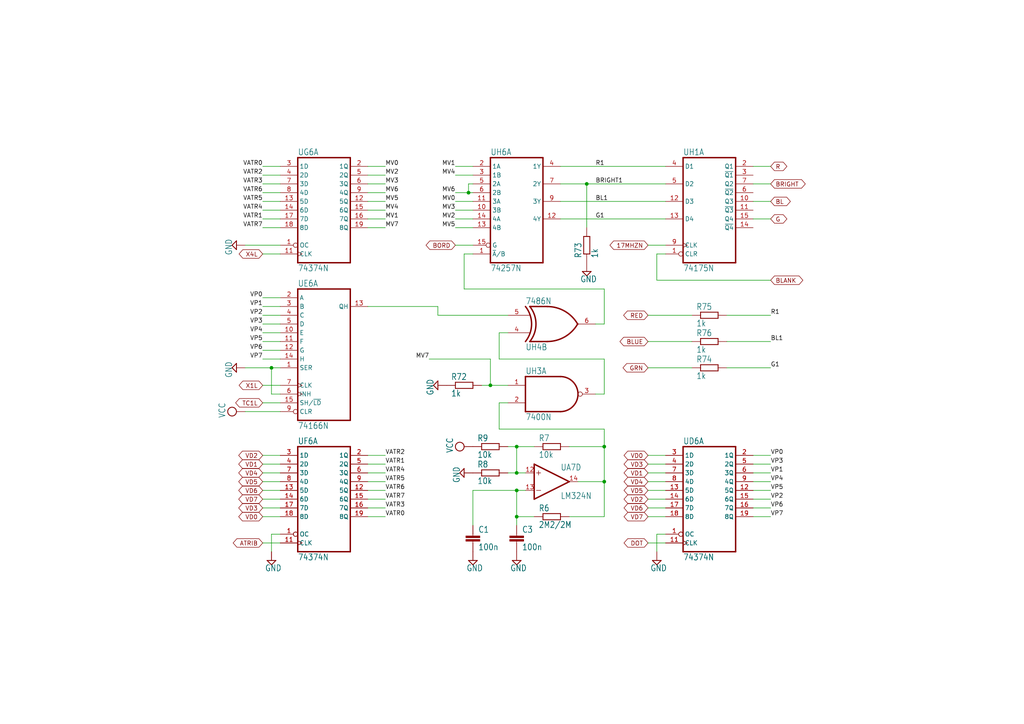
<source format=kicad_sch>
(kicad_sch (version 20230121) (generator eeschema)
  (paper "A4")
  (lib_symbols
    (symbol "HC2000:7400N"
      (property "Reference" "IC" (at -0.635 -0.635 0))
      (symbol "7400N_1_0"
        (polyline (pts (xy -7.62 -5.08) (xy 2.54 -5.08)) (stroke (width 0.4064)))
        (polyline (pts (xy -7.62 5.08) (xy -7.62 -5.08)) (stroke (width 0.4064)))
        (polyline (pts (xy 2.54 5.08) (xy -7.62 5.08)) (stroke (width 0.4064)))
        (arc (start 2.54 -5.08) (mid 7.6199 0) (end 2.54 5.08) (stroke (width 0.4064)))
        (pin input line (at -12.7 2.54 0) (length 5.08) (name "I0") (number "1"))
        (pin input line (at -12.7 -2.54 0) (length 5.08) (name "I1") (number "2"))
        (pin output inverted (at 12.7 0 180) (length 5.08) (name "O") (number "3"))
      )
      (symbol "7400N_2_0"
        (polyline (pts (xy -7.62 -5.08) (xy 2.54 -5.08)) (stroke (width 0.4064)))
        (polyline (pts (xy -7.62 5.08) (xy -7.62 -5.08)) (stroke (width 0.4064)))
        (polyline (pts (xy 2.54 5.08) (xy -7.62 5.08)) (stroke (width 0.4064)))
        (arc (start 2.54 -5.08) (mid 7.6199 0) (end 2.54 5.08) (stroke (width 0.4064)))
        (pin input line (at -12.7 2.54 0) (length 5.08) (name "I0") (number "4"))
        (pin input line (at -12.7 -2.54 0) (length 5.08) (name "I1") (number "5"))
        (pin output inverted (at 12.7 0 180) (length 5.08) (name "O") (number "6"))
      )
      (symbol "7400N_3_0"
        (polyline (pts (xy -7.62 -5.08) (xy 2.54 -5.08)) (stroke (width 0.4064)))
        (polyline (pts (xy -7.62 5.08) (xy -7.62 -5.08)) (stroke (width 0.4064)))
        (polyline (pts (xy 2.54 5.08) (xy -7.62 5.08)) (stroke (width 0.4064)))
        (arc (start 2.54 -5.08) (mid 7.6199 0) (end 2.54 5.08) (stroke (width 0.4064)))
        (pin input line (at -12.7 -2.54 0) (length 5.08) (name "I1") (number "10"))
        (pin output inverted (at 12.7 0 180) (length 5.08) (name "O") (number "8"))
        (pin input line (at -12.7 2.54 0) (length 5.08) (name "I0") (number "9"))
      )
      (symbol "7400N_4_0"
        (polyline (pts (xy -7.62 -5.08) (xy 2.54 -5.08)) (stroke (width 0.4064)))
        (polyline (pts (xy -7.62 5.08) (xy -7.62 -5.08)) (stroke (width 0.4064)))
        (polyline (pts (xy 2.54 5.08) (xy -7.62 5.08)) (stroke (width 0.4064)))
        (arc (start 2.54 -5.08) (mid 7.6199 0) (end 2.54 5.08) (stroke (width 0.4064)))
        (pin output inverted (at 12.7 0 180) (length 5.08) (name "O") (number "11"))
        (pin input line (at -12.7 2.54 0) (length 5.08) (name "I0") (number "12"))
        (pin input line (at -12.7 -2.54 0) (length 5.08) (name "I1") (number "13"))
      )
      (symbol "7400N_5_0"
        (text "GND" (at 1.905 -7.62 900) (effects (font (size 1.27 1.0795)) (justify left bottom)))
        (text "VCC" (at 1.905 5.08 900) (effects (font (size 1.27 1.0795)) (justify left bottom)))
        (pin power_in line (at 0 10.16 270) (length 7.62) (name "VCC") (number "14"))
        (pin power_in line (at 0 -10.16 90) (length 7.62) (name "GND") (number "7"))
      )
    )
    (symbol "HC2000:74166N"
      (property "Reference" "IC" (at -0.635 -0.635 0))
      (symbol "74166N_1_0"
        (polyline (pts (xy -7.62 -20.32) (xy 7.62 -20.32)) (stroke (width 0.4064)))
        (polyline (pts (xy -7.62 17.78) (xy -7.62 -20.32)) (stroke (width 0.4064)))
        (polyline (pts (xy 7.62 -20.32) (xy 7.62 17.78)) (stroke (width 0.4064)))
        (polyline (pts (xy 7.62 17.78) (xy -7.62 17.78)) (stroke (width 0.4064)))
        (pin input line (at -12.7 -5.08 0) (length 5.08) (name "SER") (number "1"))
        (pin input line (at -12.7 5.08 0) (length 5.08) (name "E") (number "10"))
        (pin input line (at -12.7 2.54 0) (length 5.08) (name "F") (number "11"))
        (pin input line (at -12.7 0 0) (length 5.08) (name "G") (number "12"))
        (pin output line (at 12.7 12.7 180) (length 5.08) (name "QH") (number "13"))
        (pin input line (at -12.7 -2.54 0) (length 5.08) (name "H") (number "14"))
        (pin input line (at -12.7 -15.24 0) (length 5.08) (name "SH/~{LD}") (number "15"))
        (pin input line (at -12.7 15.24 0) (length 5.08) (name "A") (number "2"))
        (pin input line (at -12.7 12.7 0) (length 5.08) (name "B") (number "3"))
        (pin input line (at -12.7 10.16 0) (length 5.08) (name "C") (number "4"))
        (pin input line (at -12.7 7.62 0) (length 5.08) (name "D") (number "5"))
        (pin input clock (at -12.7 -12.7 0) (length 5.08) (name "INH") (number "6"))
        (pin input clock (at -12.7 -10.16 0) (length 5.08) (name "CLK") (number "7"))
        (pin input inverted (at -12.7 -17.78 0) (length 5.08) (name "CLR") (number "9"))
      )
      (symbol "74166N_2_0"
        (text "GND" (at 1.905 -7.62 900) (effects (font (size 1.27 1.0795)) (justify left bottom)))
        (text "VCC" (at 1.905 5.08 900) (effects (font (size 1.27 1.0795)) (justify left bottom)))
        (pin power_in line (at 0 10.16 270) (length 7.62) (name "VCC") (number "16"))
        (pin power_in line (at 0 -10.16 90) (length 7.62) (name "GND") (number "8"))
      )
    )
    (symbol "HC2000:74175N"
      (property "Reference" "IC" (at -0.635 -0.635 0))
      (symbol "74175N_1_0"
        (polyline (pts (xy -7.62 -15.24) (xy 7.62 -15.24)) (stroke (width 0.4064)))
        (polyline (pts (xy -7.62 15.24) (xy -7.62 -15.24)) (stroke (width 0.4064)))
        (polyline (pts (xy 7.62 -15.24) (xy 7.62 15.24)) (stroke (width 0.4064)))
        (polyline (pts (xy 7.62 15.24) (xy -7.62 15.24)) (stroke (width 0.4064)))
        (pin input inverted (at -12.7 -12.7 0) (length 5.08) (name "CLR") (number "1"))
        (pin output line (at 12.7 2.54 180) (length 5.08) (name "Q3") (number "10"))
        (pin output line (at 12.7 0 180) (length 5.08) (name "~{Q3}") (number "11"))
        (pin input line (at -12.7 2.54 0) (length 5.08) (name "D3") (number "12"))
        (pin input line (at -12.7 -2.54 0) (length 5.08) (name "D4") (number "13"))
        (pin output line (at 12.7 -5.08 180) (length 5.08) (name "~{Q4}") (number "14"))
        (pin output line (at 12.7 -2.54 180) (length 5.08) (name "Q4") (number "15"))
        (pin output line (at 12.7 12.7 180) (length 5.08) (name "Q1") (number "2"))
        (pin output line (at 12.7 10.16 180) (length 5.08) (name "~{Q1}") (number "3"))
        (pin input line (at -12.7 12.7 0) (length 5.08) (name "D1") (number "4"))
        (pin input line (at -12.7 7.62 0) (length 5.08) (name "D2") (number "5"))
        (pin output line (at 12.7 5.08 180) (length 5.08) (name "~{Q2}") (number "6"))
        (pin output line (at 12.7 7.62 180) (length 5.08) (name "Q2") (number "7"))
        (pin input clock (at -12.7 -10.16 0) (length 5.08) (name "CLK") (number "9"))
      )
      (symbol "74175N_2_0"
        (text "GND" (at 1.905 -7.62 900) (effects (font (size 1.27 1.0795)) (justify left bottom)))
        (text "VCC" (at 1.905 5.08 900) (effects (font (size 1.27 1.0795)) (justify left bottom)))
        (pin power_in line (at 0 10.16 270) (length 7.62) (name "VCC") (number "16"))
        (pin power_in line (at 0 -10.16 90) (length 7.62) (name "GND") (number "8"))
      )
    )
    (symbol "HC2000:74257N"
      (property "Reference" "IC" (at -0.635 -0.635 0))
      (symbol "74257N_1_0"
        (polyline (pts (xy -7.62 -15.24) (xy 7.62 -15.24)) (stroke (width 0.4064)))
        (polyline (pts (xy -7.62 15.24) (xy -7.62 -15.24)) (stroke (width 0.4064)))
        (polyline (pts (xy 7.62 -15.24) (xy 7.62 15.24)) (stroke (width 0.4064)))
        (polyline (pts (xy 7.62 15.24) (xy -7.62 15.24)) (stroke (width 0.4064)))
        (pin input line (at -12.7 -12.7 0) (length 5.08) (name "~{A}/B") (number "1"))
        (pin input line (at -12.7 0 0) (length 5.08) (name "3B") (number "10"))
        (pin input line (at -12.7 2.54 0) (length 5.08) (name "3A") (number "11"))
        (pin tri_state line (at 12.7 -2.54 180) (length 5.08) (name "4Y") (number "12"))
        (pin input line (at -12.7 -5.08 0) (length 5.08) (name "4B") (number "13"))
        (pin input line (at -12.7 -2.54 0) (length 5.08) (name "4A") (number "14"))
        (pin input inverted (at -12.7 -10.16 0) (length 5.08) (name "G") (number "15"))
        (pin input line (at -12.7 12.7 0) (length 5.08) (name "1A") (number "2"))
        (pin input line (at -12.7 10.16 0) (length 5.08) (name "1B") (number "3"))
        (pin tri_state line (at 12.7 12.7 180) (length 5.08) (name "1Y") (number "4"))
        (pin input line (at -12.7 7.62 0) (length 5.08) (name "2A") (number "5"))
        (pin input line (at -12.7 5.08 0) (length 5.08) (name "2B") (number "6"))
        (pin tri_state line (at 12.7 7.62 180) (length 5.08) (name "2Y") (number "7"))
        (pin tri_state line (at 12.7 2.54 180) (length 5.08) (name "3Y") (number "9"))
      )
      (symbol "74257N_2_0"
        (text "GND" (at 1.905 -7.62 900) (effects (font (size 1.27 1.0795)) (justify left bottom)))
        (text "VCC" (at 1.905 5.08 900) (effects (font (size 1.27 1.0795)) (justify left bottom)))
        (pin power_in line (at 0 10.16 270) (length 7.62) (name "VCC") (number "16"))
        (pin power_in line (at 0 -10.16 90) (length 7.62) (name "GND") (number "8"))
      )
    )
    (symbol "HC2000:74374N"
      (property "Reference" "IC" (at -0.635 -0.635 0))
      (symbol "74374N_1_0"
        (polyline (pts (xy -7.62 -15.24) (xy 7.62 -15.24)) (stroke (width 0.4064)))
        (polyline (pts (xy -7.62 15.24) (xy -7.62 -15.24)) (stroke (width 0.4064)))
        (polyline (pts (xy 7.62 -15.24) (xy 7.62 15.24)) (stroke (width 0.4064)))
        (polyline (pts (xy 7.62 15.24) (xy -7.62 15.24)) (stroke (width 0.4064)))
        (pin input inverted (at -12.7 -10.16 0) (length 5.08) (name "OC") (number "1"))
        (pin input clock (at -12.7 -12.7 0) (length 5.08) (name "CLK") (number "11"))
        (pin tri_state line (at 12.7 2.54 180) (length 5.08) (name "5Q") (number "12"))
        (pin input line (at -12.7 2.54 0) (length 5.08) (name "5D") (number "13"))
        (pin input line (at -12.7 0 0) (length 5.08) (name "6D") (number "14"))
        (pin tri_state line (at 12.7 0 180) (length 5.08) (name "6Q") (number "15"))
        (pin tri_state line (at 12.7 -2.54 180) (length 5.08) (name "7Q") (number "16"))
        (pin input line (at -12.7 -2.54 0) (length 5.08) (name "7D") (number "17"))
        (pin input line (at -12.7 -5.08 0) (length 5.08) (name "8D") (number "18"))
        (pin tri_state line (at 12.7 -5.08 180) (length 5.08) (name "8Q") (number "19"))
        (pin tri_state line (at 12.7 12.7 180) (length 5.08) (name "1Q") (number "2"))
        (pin input line (at -12.7 12.7 0) (length 5.08) (name "1D") (number "3"))
        (pin input line (at -12.7 10.16 0) (length 5.08) (name "2D") (number "4"))
        (pin tri_state line (at 12.7 10.16 180) (length 5.08) (name "2Q") (number "5"))
        (pin tri_state line (at 12.7 7.62 180) (length 5.08) (name "3Q") (number "6"))
        (pin input line (at -12.7 7.62 0) (length 5.08) (name "3D") (number "7"))
        (pin input line (at -12.7 5.08 0) (length 5.08) (name "4D") (number "8"))
        (pin tri_state line (at 12.7 5.08 180) (length 5.08) (name "4Q") (number "9"))
      )
      (symbol "74374N_2_0"
        (text "GND" (at 1.905 -7.62 900) (effects (font (size 1.27 1.0795)) (justify left bottom)))
        (text "VCC" (at 1.905 5.08 900) (effects (font (size 1.27 1.0795)) (justify left bottom)))
        (pin power_in line (at 0 -10.16 90) (length 7.62) (name "GND") (number "10"))
        (pin power_in line (at 0 10.16 270) (length 7.62) (name "VCC") (number "20"))
      )
    )
    (symbol "HC2000:7486N"
      (property "Reference" "IC" (at -0.635 -0.635 0))
      (symbol "7486N_1_0"
        (arc (start -7.62 -5.08) (mid -5.838 0) (end -7.62 5.08) (stroke (width 0.4064)))
        (arc (start -6.35 -5.08) (mid -4.568 0) (end -6.35 5.08) (stroke (width 0.4064)))
        (arc (start -1.2446 -5.0678) (mid 3.8372 -3.689) (end 7.5439 0.0507) (stroke (width 0.4064)))
        (polyline (pts (xy -7.62 -2.54) (xy -6.35 -2.54)) (stroke (width 0.1524)))
        (polyline (pts (xy -7.62 2.54) (xy -6.35 2.54)) (stroke (width 0.1524)))
        (polyline (pts (xy -1.27 -5.08) (xy -6.35 -5.08)) (stroke (width 0.4064)))
        (polyline (pts (xy -1.27 5.08) (xy -6.35 5.08)) (stroke (width 0.4064)))
        (arc (start 7.5442 -0.0505) (mid 3.8373 3.6892) (end -1.2446 5.0678) (stroke (width 0.4064)))
        (pin input line (at -12.7 2.54 0) (length 5.08) (name "I0") (number "1"))
        (pin input line (at -12.7 -2.54 0) (length 5.08) (name "I1") (number "2"))
        (pin output line (at 12.7 0 180) (length 5.08) (name "O") (number "3"))
      )
      (symbol "7486N_2_0"
        (arc (start -7.62 -5.08) (mid -5.838 0) (end -7.62 5.08) (stroke (width 0.4064)))
        (arc (start -6.35 -5.08) (mid -4.568 0) (end -6.35 5.08) (stroke (width 0.4064)))
        (arc (start -1.2446 -5.0678) (mid 3.8372 -3.689) (end 7.5439 0.0507) (stroke (width 0.4064)))
        (polyline (pts (xy -7.62 -2.54) (xy -6.35 -2.54)) (stroke (width 0.1524)))
        (polyline (pts (xy -7.62 2.54) (xy -6.35 2.54)) (stroke (width 0.1524)))
        (polyline (pts (xy -1.27 -5.08) (xy -6.35 -5.08)) (stroke (width 0.4064)))
        (polyline (pts (xy -1.27 5.08) (xy -6.35 5.08)) (stroke (width 0.4064)))
        (arc (start 7.5442 -0.0505) (mid 3.8373 3.6892) (end -1.2446 5.0678) (stroke (width 0.4064)))
        (pin input line (at -12.7 2.54 0) (length 5.08) (name "I0") (number "4"))
        (pin input line (at -12.7 -2.54 0) (length 5.08) (name "I1") (number "5"))
        (pin output line (at 12.7 0 180) (length 5.08) (name "O") (number "6"))
      )
      (symbol "7486N_3_0"
        (arc (start -7.62 -5.08) (mid -5.838 0) (end -7.62 5.08) (stroke (width 0.4064)))
        (arc (start -6.35 -5.08) (mid -4.568 0) (end -6.35 5.08) (stroke (width 0.4064)))
        (arc (start -1.2446 -5.0678) (mid 3.8372 -3.689) (end 7.5439 0.0507) (stroke (width 0.4064)))
        (polyline (pts (xy -7.62 -2.54) (xy -6.35 -2.54)) (stroke (width 0.1524)))
        (polyline (pts (xy -7.62 2.54) (xy -6.35 2.54)) (stroke (width 0.1524)))
        (polyline (pts (xy -1.27 -5.08) (xy -6.35 -5.08)) (stroke (width 0.4064)))
        (polyline (pts (xy -1.27 5.08) (xy -6.35 5.08)) (stroke (width 0.4064)))
        (arc (start 7.5442 -0.0505) (mid 3.8373 3.6892) (end -1.2446 5.0678) (stroke (width 0.4064)))
        (pin input line (at -12.7 -2.54 0) (length 5.08) (name "I1") (number "10"))
        (pin output line (at 12.7 0 180) (length 5.08) (name "O") (number "8"))
        (pin input line (at -12.7 2.54 0) (length 5.08) (name "I0") (number "9"))
      )
      (symbol "7486N_4_0"
        (arc (start -7.62 -5.08) (mid -5.838 0) (end -7.62 5.08) (stroke (width 0.4064)))
        (arc (start -6.35 -5.08) (mid -4.568 0) (end -6.35 5.08) (stroke (width 0.4064)))
        (arc (start -1.2446 -5.0678) (mid 3.8372 -3.689) (end 7.5439 0.0507) (stroke (width 0.4064)))
        (polyline (pts (xy -7.62 -2.54) (xy -6.35 -2.54)) (stroke (width 0.1524)))
        (polyline (pts (xy -7.62 2.54) (xy -6.35 2.54)) (stroke (width 0.1524)))
        (polyline (pts (xy -1.27 -5.08) (xy -6.35 -5.08)) (stroke (width 0.4064)))
        (polyline (pts (xy -1.27 5.08) (xy -6.35 5.08)) (stroke (width 0.4064)))
        (arc (start 7.5442 -0.0505) (mid 3.8373 3.6892) (end -1.2446 5.0678) (stroke (width 0.4064)))
        (pin output line (at 12.7 0 180) (length 5.08) (name "O") (number "11"))
        (pin input line (at -12.7 2.54 0) (length 5.08) (name "I0") (number "12"))
        (pin input line (at -12.7 -2.54 0) (length 5.08) (name "I1") (number "13"))
      )
      (symbol "7486N_5_0"
        (text "GND" (at 1.905 -7.62 900) (effects (font (size 1.27 1.0795)) (justify left bottom)))
        (text "VCC" (at 1.905 5.08 900) (effects (font (size 1.27 1.0795)) (justify left bottom)))
        (pin power_in line (at 0 10.16 270) (length 7.62) (name "VCC") (number "14"))
        (pin power_in line (at 0 -10.16 90) (length 7.62) (name "GND") (number "7"))
      )
    )
    (symbol "HC2000:C-EU025-025X050"
      (property "Reference" "C" (at 1.524 0.381 0))
      (property "Value" "C-EU025-025X050" (at 1.524 -4.699 0))
      (symbol "C-EU025-025X050_1_0"
        (rectangle (start -2.032 -2.032) (end 2.032 -1.524) (fill (type outline)))
        (rectangle (start -2.032 -1.016) (end 2.032 -0.508) (fill (type outline)))
        (polyline (pts (xy 0 -2.54) (xy 0 -2.032)) (stroke (width 0.1524)))
        (polyline (pts (xy 0 0) (xy 0 -0.508)) (stroke (width 0.1524)))
        (pin passive line (at 0 2.54 270) (length 2.54) (name "1") (number "1"))
        (pin passive line (at 0 -5.08 90) (length 2.54) (name "2") (number "2"))
      )
    )
    (symbol "HC2000:GND" (power)
      (property "Value" "GND" (at -1.905 -3.175 0))
      (symbol "GND_1_0"
        (polyline (pts (xy -1.27 0) (xy 1.27 0)) (stroke (width 0.254)))
        (polyline (pts (xy 0 -1.27) (xy -1.27 0)) (stroke (width 0.254)))
        (polyline (pts (xy 1.27 0) (xy 0 -1.27)) (stroke (width 0.254)))
        (pin power_in line (at 0 2.54 270) (length 2.54) (name "GND") (number "1"))
      )
    )
    (symbol "HC2000:LM324N"
      (symbol "LM324N_1_0"
        (polyline (pts (xy -5.08 -5.08) (xy 5.08 0)) (stroke (width 0.4064)))
        (polyline (pts (xy -5.08 5.08) (xy -5.08 -5.08)) (stroke (width 0.4064)))
        (polyline (pts (xy -4.445 -2.54) (xy -3.175 -2.54)) (stroke (width 0.1524)))
        (polyline (pts (xy -4.445 2.54) (xy -3.175 2.54)) (stroke (width 0.1524)))
        (polyline (pts (xy -3.81 3.175) (xy -3.81 1.905)) (stroke (width 0.1524)))
        (polyline (pts (xy 5.08 0) (xy -5.08 5.08)) (stroke (width 0.4064)))
        (pin output line (at 7.62 0 180) (length 2.54) (name "OUT") (number "1"))
        (pin input line (at -7.62 -2.54 0) (length 2.54) (name "-IN") (number "2"))
        (pin input line (at -7.62 2.54 0) (length 2.54) (name "+IN") (number "3"))
      )
      (symbol "LM324N_2_0"
        (polyline (pts (xy -5.08 -5.08) (xy 5.08 0)) (stroke (width 0.4064)))
        (polyline (pts (xy -5.08 5.08) (xy -5.08 -5.08)) (stroke (width 0.4064)))
        (polyline (pts (xy -4.445 -2.54) (xy -3.175 -2.54)) (stroke (width 0.1524)))
        (polyline (pts (xy -4.445 2.54) (xy -3.175 2.54)) (stroke (width 0.1524)))
        (polyline (pts (xy -3.81 3.175) (xy -3.81 1.905)) (stroke (width 0.1524)))
        (polyline (pts (xy 5.08 0) (xy -5.08 5.08)) (stroke (width 0.4064)))
        (pin input line (at -7.62 2.54 0) (length 2.54) (name "+IN") (number "5"))
        (pin input line (at -7.62 -2.54 0) (length 2.54) (name "-IN") (number "6"))
        (pin output line (at 7.62 0 180) (length 2.54) (name "OUT") (number "7"))
      )
      (symbol "LM324N_3_0"
        (polyline (pts (xy -5.08 -5.08) (xy 5.08 0)) (stroke (width 0.4064)))
        (polyline (pts (xy -5.08 5.08) (xy -5.08 -5.08)) (stroke (width 0.4064)))
        (polyline (pts (xy -4.445 -2.54) (xy -3.175 -2.54)) (stroke (width 0.1524)))
        (polyline (pts (xy -4.445 2.54) (xy -3.175 2.54)) (stroke (width 0.1524)))
        (polyline (pts (xy -3.81 3.175) (xy -3.81 1.905)) (stroke (width 0.1524)))
        (polyline (pts (xy 5.08 0) (xy -5.08 5.08)) (stroke (width 0.4064)))
        (pin input line (at -7.62 2.54 0) (length 2.54) (name "+IN") (number "10"))
        (pin output line (at 7.62 0 180) (length 2.54) (name "OUT") (number "8"))
        (pin input line (at -7.62 -2.54 0) (length 2.54) (name "-IN") (number "9"))
      )
      (symbol "LM324N_4_0"
        (polyline (pts (xy -5.08 -5.08) (xy 5.08 0)) (stroke (width 0.4064)))
        (polyline (pts (xy -5.08 5.08) (xy -5.08 -5.08)) (stroke (width 0.4064)))
        (polyline (pts (xy -4.445 -2.54) (xy -3.175 -2.54)) (stroke (width 0.1524)))
        (polyline (pts (xy -4.445 2.54) (xy -3.175 2.54)) (stroke (width 0.1524)))
        (polyline (pts (xy -3.81 3.175) (xy -3.81 1.905)) (stroke (width 0.1524)))
        (polyline (pts (xy 5.08 0) (xy -5.08 5.08)) (stroke (width 0.4064)))
        (pin input line (at -7.62 2.54 0) (length 2.54) (name "+IN") (number "12"))
        (pin input line (at -7.62 -2.54 0) (length 2.54) (name "-IN") (number "13"))
        (pin output line (at 7.62 0 180) (length 2.54) (name "OUT") (number "14"))
      )
      (symbol "LM324N_5_0"
        (text "V+" (at 1.27 3.175 900) (effects (font (size 0.8128 0.6908)) (justify left bottom)))
        (text "V-" (at 1.27 -4.445 900) (effects (font (size 0.8128 0.6908)) (justify left bottom)))
        (pin power_in line (at 0 -7.62 90) (length 5.08) (name "V-") (number "11"))
        (pin power_in line (at 0 7.62 270) (length 5.08) (name "V+") (number "4"))
      )
    )
    (symbol "HC2000:R-EU_0204{slash}7"
      (property "Reference" "R" (at -3.81 1.4986 0))
      (property "Value" "R-EU_0204{slash}7" (at -3.81 -3.302 0))
      (symbol "R-EU_0204{slash}7_1_0"
        (polyline (pts (xy -2.54 -0.889) (xy -2.54 0.889)) (stroke (width 0.254)))
        (polyline (pts (xy -2.54 -0.889) (xy 2.54 -0.889)) (stroke (width 0.254)))
        (polyline (pts (xy 2.54 -0.889) (xy 2.54 0.889)) (stroke (width 0.254)))
        (polyline (pts (xy 2.54 0.889) (xy -2.54 0.889)) (stroke (width 0.254)))
        (pin passive line (at -5.08 0 0) (length 2.54) (name "1") (number "1"))
        (pin passive line (at 5.08 0 180) (length 2.54) (name "2") (number "2"))
      )
    )
    (symbol "HC2000:VCC" (power)
      (property "Value" "VCC" (at -1.905 3.175 0))
      (symbol "VCC_1_0"
        (circle (center 0 1.27) (radius 1.27) (stroke (width 0.254)))
        (pin power_in line (at 0 -2.54 90) (length 2.54) (name "VCC") (number "1"))
      )
    )
  )
  (junction (at 149.86 137.16))
  (junction (at 149.86 142.24))
  (junction (at 170.18 53.34))
  (junction (at 175.26 139.7))
  (junction (at 78.74 106.68))
  (junction (at 149.86 149.86))
  (junction (at 135.89 55.88))
  (junction (at 142.24 111.76))
  (junction (at 149.86 129.54))
  (junction (at 175.26 129.54))
  (wire (pts (xy 223.52 48.26) (xy 218.44 48.26)))
  (wire (pts (xy 132.08 50.8) (xy 137.16 50.8)))
  (wire (pts (xy 165.1 149.86) (xy 175.26 149.86)))
  (wire (pts (xy 111.76 53.34) (xy 106.68 53.34)))
  (wire (pts (xy 223.52 139.7) (xy 218.44 139.7)))
  (wire (pts (xy 132.08 48.26) (xy 137.16 48.26)))
  (wire (pts (xy 132.08 55.88) (xy 135.89 55.88)))
  (wire (pts (xy 76.2 63.5) (xy 81.28 63.5)))
  (wire (pts (xy 144.78 96.52) (xy 144.78 104.14)))
  (wire (pts (xy 78.74 160.02) (xy 78.74 154.94)))
  (wire (pts (xy 111.76 149.86) (xy 106.68 149.86)))
  (wire (pts (xy 76.2 134.62) (xy 81.28 134.62)))
  (wire (pts (xy 149.86 142.24) (xy 152.4 142.24)))
  (wire (pts (xy 223.52 147.32) (xy 218.44 147.32)))
  (wire (pts (xy 149.86 137.16) (xy 152.4 137.16)))
  (wire (pts (xy 139.7 111.76) (xy 142.24 111.76)))
  (wire (pts (xy 78.74 114.3) (xy 78.74 106.68)))
  (wire (pts (xy 149.86 129.54) (xy 154.94 129.54)))
  (wire (pts (xy 76.2 96.52) (xy 81.28 96.52)))
  (wire (pts (xy 193.04 154.94) (xy 190.5 154.94)))
  (wire (pts (xy 175.26 93.98) (xy 175.26 83.82)))
  (wire (pts (xy 111.76 147.32) (xy 106.68 147.32)))
  (wire (pts (xy 144.78 104.14) (xy 175.26 104.14)))
  (wire (pts (xy 162.56 63.5) (xy 193.04 63.5)))
  (wire (pts (xy 149.86 152.4) (xy 149.86 149.86)))
  (wire (pts (xy 187.96 157.48) (xy 193.04 157.48)))
  (wire (pts (xy 223.52 91.44) (xy 210.82 91.44)))
  (wire (pts (xy 172.72 93.98) (xy 175.26 93.98)))
  (wire (pts (xy 137.16 152.4) (xy 137.16 142.24)))
  (wire (pts (xy 137.16 53.34) (xy 135.89 53.34)))
  (wire (pts (xy 190.5 81.28) (xy 190.5 73.66)))
  (wire (pts (xy 76.2 50.8) (xy 81.28 50.8)))
  (wire (pts (xy 111.76 63.5) (xy 106.68 63.5)))
  (wire (pts (xy 76.2 137.16) (xy 81.28 137.16)))
  (wire (pts (xy 144.78 116.84) (xy 144.78 124.46)))
  (wire (pts (xy 165.1 129.54) (xy 175.26 129.54)))
  (wire (pts (xy 76.2 132.08) (xy 81.28 132.08)))
  (wire (pts (xy 76.2 73.66) (xy 81.28 73.66)))
  (wire (pts (xy 127 91.44) (xy 147.32 91.44)))
  (wire (pts (xy 187.96 91.44) (xy 200.66 91.44)))
  (wire (pts (xy 111.76 144.78) (xy 106.68 144.78)))
  (wire (pts (xy 76.2 116.84) (xy 81.28 116.84)))
  (wire (pts (xy 76.2 104.14) (xy 81.28 104.14)))
  (wire (pts (xy 76.2 60.96) (xy 81.28 60.96)))
  (wire (pts (xy 147.32 137.16) (xy 149.86 137.16)))
  (wire (pts (xy 170.18 53.34) (xy 193.04 53.34)))
  (wire (pts (xy 71.12 71.12) (xy 81.28 71.12)))
  (wire (pts (xy 76.2 93.98) (xy 81.28 93.98)))
  (wire (pts (xy 76.2 142.24) (xy 81.28 142.24)))
  (wire (pts (xy 124.46 104.14) (xy 142.24 104.14)))
  (wire (pts (xy 111.76 139.7) (xy 106.68 139.7)))
  (wire (pts (xy 76.2 99.06) (xy 81.28 99.06)))
  (wire (pts (xy 187.96 147.32) (xy 193.04 147.32)))
  (wire (pts (xy 187.96 134.62) (xy 193.04 134.62)))
  (wire (pts (xy 187.96 99.06) (xy 200.66 99.06)))
  (wire (pts (xy 190.5 154.94) (xy 190.5 160.02)))
  (wire (pts (xy 132.08 71.12) (xy 137.16 71.12)))
  (wire (pts (xy 78.74 106.68) (xy 81.28 106.68)))
  (wire (pts (xy 170.18 66.04) (xy 170.18 53.34)))
  (wire (pts (xy 223.52 99.06) (xy 210.82 99.06)))
  (wire (pts (xy 147.32 116.84) (xy 144.78 116.84)))
  (wire (pts (xy 223.52 137.16) (xy 218.44 137.16)))
  (wire (pts (xy 147.32 96.52) (xy 144.78 96.52)))
  (wire (pts (xy 223.52 106.68) (xy 210.82 106.68)))
  (wire (pts (xy 76.2 139.7) (xy 81.28 139.7)))
  (wire (pts (xy 111.76 60.96) (xy 106.68 60.96)))
  (wire (pts (xy 223.52 144.78) (xy 218.44 144.78)))
  (wire (pts (xy 76.2 91.44) (xy 81.28 91.44)))
  (wire (pts (xy 111.76 142.24) (xy 106.68 142.24)))
  (wire (pts (xy 190.5 73.66) (xy 193.04 73.66)))
  (wire (pts (xy 78.74 114.3) (xy 81.28 114.3)))
  (wire (pts (xy 187.96 139.7) (xy 193.04 139.7)))
  (wire (pts (xy 106.68 88.9) (xy 127 88.9)))
  (wire (pts (xy 187.96 144.78) (xy 193.04 144.78)))
  (wire (pts (xy 149.86 137.16) (xy 149.86 129.54)))
  (wire (pts (xy 76.2 157.48) (xy 81.28 157.48)))
  (wire (pts (xy 187.96 149.86) (xy 193.04 149.86)))
  (wire (pts (xy 76.2 48.26) (xy 81.28 48.26)))
  (wire (pts (xy 111.76 66.04) (xy 106.68 66.04)))
  (wire (pts (xy 175.26 129.54) (xy 175.26 139.7)))
  (wire (pts (xy 132.08 58.42) (xy 137.16 58.42)))
  (wire (pts (xy 223.52 63.5) (xy 218.44 63.5)))
  (wire (pts (xy 76.2 149.86) (xy 81.28 149.86)))
  (wire (pts (xy 162.56 48.26) (xy 193.04 48.26)))
  (wire (pts (xy 147.32 129.54) (xy 149.86 129.54)))
  (wire (pts (xy 175.26 83.82) (xy 134.62 83.82)))
  (wire (pts (xy 76.2 55.88) (xy 81.28 55.88)))
  (wire (pts (xy 76.2 86.36) (xy 81.28 86.36)))
  (wire (pts (xy 134.62 73.66) (xy 137.16 73.66)))
  (wire (pts (xy 111.76 58.42) (xy 106.68 58.42)))
  (wire (pts (xy 111.76 48.26) (xy 106.68 48.26)))
  (wire (pts (xy 162.56 58.42) (xy 193.04 58.42)))
  (wire (pts (xy 111.76 137.16) (xy 106.68 137.16)))
  (wire (pts (xy 175.26 114.3) (xy 172.72 114.3)))
  (wire (pts (xy 223.52 142.24) (xy 218.44 142.24)))
  (wire (pts (xy 111.76 134.62) (xy 106.68 134.62)))
  (wire (pts (xy 132.08 63.5) (xy 137.16 63.5)))
  (wire (pts (xy 111.76 55.88) (xy 106.68 55.88)))
  (wire (pts (xy 223.52 149.86) (xy 218.44 149.86)))
  (wire (pts (xy 76.2 147.32) (xy 81.28 147.32)))
  (wire (pts (xy 127 88.9) (xy 127 91.44)))
  (wire (pts (xy 154.94 149.86) (xy 149.86 149.86)))
  (wire (pts (xy 132.08 66.04) (xy 137.16 66.04)))
  (wire (pts (xy 223.52 134.62) (xy 218.44 134.62)))
  (wire (pts (xy 175.26 124.46) (xy 175.26 129.54)))
  (wire (pts (xy 71.12 106.68) (xy 78.74 106.68)))
  (wire (pts (xy 187.96 132.08) (xy 193.04 132.08)))
  (wire (pts (xy 111.76 50.8) (xy 106.68 50.8)))
  (wire (pts (xy 76.2 88.9) (xy 81.28 88.9)))
  (wire (pts (xy 76.2 66.04) (xy 81.28 66.04)))
  (wire (pts (xy 132.08 60.96) (xy 137.16 60.96)))
  (wire (pts (xy 187.96 106.68) (xy 200.66 106.68)))
  (wire (pts (xy 187.96 137.16) (xy 193.04 137.16)))
  (wire (pts (xy 223.52 53.34) (xy 218.44 53.34)))
  (wire (pts (xy 76.2 58.42) (xy 81.28 58.42)))
  (wire (pts (xy 76.2 101.6) (xy 81.28 101.6)))
  (wire (pts (xy 134.62 83.82) (xy 134.62 73.66)))
  (wire (pts (xy 135.89 53.34) (xy 135.89 55.88)))
  (wire (pts (xy 111.76 132.08) (xy 106.68 132.08)))
  (wire (pts (xy 142.24 104.14) (xy 142.24 111.76)))
  (wire (pts (xy 149.86 149.86) (xy 149.86 142.24)))
  (wire (pts (xy 187.96 142.24) (xy 193.04 142.24)))
  (wire (pts (xy 76.2 144.78) (xy 81.28 144.78)))
  (wire (pts (xy 144.78 124.46) (xy 175.26 124.46)))
  (wire (pts (xy 76.2 53.34) (xy 81.28 53.34)))
  (wire (pts (xy 81.28 119.38) (xy 71.12 119.38)))
  (wire (pts (xy 223.52 132.08) (xy 218.44 132.08)))
  (wire (pts (xy 76.2 111.76) (xy 81.28 111.76)))
  (wire (pts (xy 175.26 104.14) (xy 175.26 114.3)))
  (wire (pts (xy 135.89 55.88) (xy 137.16 55.88)))
  (wire (pts (xy 175.26 149.86) (xy 175.26 139.7)))
  (wire (pts (xy 223.52 58.42) (xy 218.44 58.42)))
  (wire (pts (xy 78.74 154.94) (xy 81.28 154.94)))
  (wire (pts (xy 137.16 142.24) (xy 149.86 142.24)))
  (wire (pts (xy 142.24 111.76) (xy 147.32 111.76)))
  (wire (pts (xy 162.56 53.34) (xy 170.18 53.34)))
  (wire (pts (xy 187.96 71.12) (xy 193.04 71.12)))
  (wire (pts (xy 223.52 81.28) (xy 190.5 81.28)))
  (wire (pts (xy 175.26 139.7) (xy 167.64 139.7)))
  (label "VATR2" (at 76.2 50.8 180) (effects (font (size 1.2446 1.2446))))
  (label "MV7" (at 124.46 104.14 180) (effects (font (size 1.2446 1.2446))))
  (label "VATR5" (at 76.2 58.42 180) (effects (font (size 1.2446 1.2446))))
  (label "MV1" (at 132.08 48.26 180) (effects (font (size 1.2446 1.2446))))
  (label "MV4" (at 132.08 50.8 180) (effects (font (size 1.2446 1.2446))))
  (label "VATR6" (at 111.76 142.24 0) (effects (font (size 1.2446 1.2446))))
  (label "VP7" (at 76.2 104.14 180) (effects (font (size 1.2446 1.2446))))
  (label "VATR7" (at 76.2 66.04 180) (effects (font (size 1.2446 1.2446))))
  (label "MV5" (at 132.08 66.04 180) (effects (font (size 1.2446 1.2446))))
  (label "VP0" (at 223.52 132.08 0) (effects (font (size 1.2446 1.2446))))
  (label "VATR4" (at 76.2 60.96 180) (effects (font (size 1.2446 1.2446))))
  (label "MV6" (at 111.76 55.88 0) (effects (font (size 1.2446 1.2446))))
  (label "MV6" (at 132.08 55.88 180) (effects (font (size 1.2446 1.2446))))
  (label "VATR3" (at 76.2 53.34 180) (effects (font (size 1.2446 1.2446))))
  (label "MV2" (at 111.76 50.8 0) (effects (font (size 1.2446 1.2446))))
  (label "VATR1" (at 111.76 134.62 0) (effects (font (size 1.2446 1.2446))))
  (label "VATR5" (at 111.76 139.7 0) (effects (font (size 1.2446 1.2446))))
  (label "VP3" (at 76.2 93.98 180) (effects (font (size 1.2446 1.2446))))
  (label "MV3" (at 111.76 53.34 0) (effects (font (size 1.2446 1.2446))))
  (label "VP0" (at 76.2 86.36 180) (effects (font (size 1.2446 1.2446))))
  (label "VATR7" (at 111.76 144.78 0) (effects (font (size 1.2446 1.2446))))
  (label "MV7" (at 111.76 66.04 0) (effects (font (size 1.2446 1.2446))))
  (label "MV4" (at 111.76 60.96 0) (effects (font (size 1.2446 1.2446))))
  (label "G1" (at 172.72 63.5 0) (effects (font (size 1.2446 1.2446))))
  (label "VP4" (at 76.2 96.52 180) (effects (font (size 1.2446 1.2446))))
  (label "VP6" (at 76.2 101.6 180) (effects (font (size 1.2446 1.2446))))
  (label "MV0" (at 111.76 48.26 0) (effects (font (size 1.2446 1.2446))))
  (label "VATR1" (at 76.2 63.5 180) (effects (font (size 1.2446 1.2446))))
  (label "BRIGHT1" (at 172.72 53.34 0) (effects (font (size 1.2446 1.2446))))
  (label "VATR2" (at 111.76 132.08 0) (effects (font (size 1.2446 1.2446))))
  (label "R1" (at 223.52 91.44 0) (effects (font (size 1.2446 1.2446))))
  (label "R1" (at 172.72 48.26 0) (effects (font (size 1.2446 1.2446))))
  (label "VATR0" (at 111.76 149.86 0) (effects (font (size 1.2446 1.2446))))
  (label "MV3" (at 132.08 60.96 180) (effects (font (size 1.2446 1.2446))))
  (label "VP1" (at 76.2 88.9 180) (effects (font (size 1.2446 1.2446))))
  (label "VP5" (at 223.52 142.24 0) (effects (font (size 1.2446 1.2446))))
  (label "MV1" (at 111.76 63.5 0) (effects (font (size 1.2446 1.2446))))
  (label "VP7" (at 223.52 149.86 0) (effects (font (size 1.2446 1.2446))))
  (label "MV0" (at 132.08 58.42 180) (effects (font (size 1.2446 1.2446))))
  (label "VATR4" (at 111.76 137.16 0) (effects (font (size 1.2446 1.2446))))
  (label "VP3" (at 223.52 134.62 0) (effects (font (size 1.2446 1.2446))))
  (label "VP1" (at 223.52 137.16 0) (effects (font (size 1.2446 1.2446))))
  (label "VATR0" (at 76.2 48.26 180) (effects (font (size 1.2446 1.2446))))
  (label "VP2" (at 223.52 144.78 0) (effects (font (size 1.2446 1.2446))))
  (label "BL1" (at 223.52 99.06 0) (effects (font (size 1.2446 1.2446))))
  (label "VP6" (at 223.52 147.32 0) (effects (font (size 1.2446 1.2446))))
  (label "VP4" (at 223.52 139.7 0) (effects (font (size 1.2446 1.2446))))
  (label "VATR6" (at 76.2 55.88 180) (effects (font (size 1.2446 1.2446))))
  (label "MV2" (at 132.08 63.5 180) (effects (font (size 1.2446 1.2446))))
  (label "G1" (at 223.52 106.68 0) (effects (font (size 1.2446 1.2446))))
  (label "MV5" (at 111.76 58.42 0) (effects (font (size 1.2446 1.2446))))
  (label "VP5" (at 76.2 99.06 180) (effects (font (size 1.2446 1.2446))))
  (label "BL1" (at 172.72 58.42 0) (effects (font (size 1.2446 1.2446))))
  (label "VATR3" (at 111.76 147.32 0) (effects (font (size 1.2446 1.2446))))
  (label "VP2" (at 76.2 91.44 180) (effects (font (size 1.2446 1.2446))))
  (global_label "VD2" (shape bidirectional) (at 76.2 132.08 180) (effects (font (size 1.2446 1.2446))) (property "Intersheetrefs" "${INTERSHEET_REFS}" (effects hide)))
  (global_label "X1L" (shape bidirectional) (at 76.2 111.76 180) (effects (font (size 1.2446 1.2446))) (property "Intersheetrefs" "${INTERSHEET_REFS}" (effects hide)))
  (global_label "VD4" (shape bidirectional) (at 187.96 139.7 180) (effects (font (size 1.2446 1.2446))) (property "Intersheetrefs" "${INTERSHEET_REFS}" (effects hide)))
  (global_label "17MHZN" (shape bidirectional) (at 187.96 71.12 180) (effects (font (size 1.2446 1.2446))) (property "Intersheetrefs" "${INTERSHEET_REFS}" (effects hide)))
  (global_label "VD1" (shape bidirectional) (at 187.96 137.16 180) (effects (font (size 1.2446 1.2446))) (property "Intersheetrefs" "${INTERSHEET_REFS}" (effects hide)))
  (global_label "BLANK" (shape bidirectional) (at 223.52 81.28 0) (effects (font (size 1.2446 1.2446))) (property "Intersheetrefs" "${INTERSHEET_REFS}" (effects hide)))
  (global_label "R" (shape bidirectional) (at 223.52 48.26 0) (effects (font (size 1.2446 1.2446))) (property "Intersheetrefs" "${INTERSHEET_REFS}" (effects hide)))
  (global_label "BLUE" (shape bidirectional) (at 187.96 99.06 180) (effects (font (size 1.2446 1.2446))) (property "Intersheetrefs" "${INTERSHEET_REFS}" (effects hide)))
  (global_label "VD6" (shape bidirectional) (at 187.96 147.32 180) (effects (font (size 1.2446 1.2446))) (property "Intersheetrefs" "${INTERSHEET_REFS}" (effects hide)))
  (global_label "VD6" (shape bidirectional) (at 76.2 142.24 180) (effects (font (size 1.2446 1.2446))) (property "Intersheetrefs" "${INTERSHEET_REFS}" (effects hide)))
  (global_label "VD5" (shape bidirectional) (at 187.96 142.24 180) (effects (font (size 1.2446 1.2446))) (property "Intersheetrefs" "${INTERSHEET_REFS}" (effects hide)))
  (global_label "VD2" (shape bidirectional) (at 187.96 144.78 180) (effects (font (size 1.2446 1.2446))) (property "Intersheetrefs" "${INTERSHEET_REFS}" (effects hide)))
  (global_label "X4L" (shape bidirectional) (at 76.2 73.66 180) (effects (font (size 1.2446 1.2446))) (property "Intersheetrefs" "${INTERSHEET_REFS}" (effects hide)))
  (global_label "VD7" (shape bidirectional) (at 187.96 149.86 180) (effects (font (size 1.2446 1.2446))) (property "Intersheetrefs" "${INTERSHEET_REFS}" (effects hide)))
  (global_label "BORD" (shape bidirectional) (at 132.08 71.12 180) (effects (font (size 1.2446 1.2446))) (property "Intersheetrefs" "${INTERSHEET_REFS}" (effects hide)))
  (global_label "G" (shape bidirectional) (at 223.52 63.5 0) (effects (font (size 1.2446 1.2446))) (property "Intersheetrefs" "${INTERSHEET_REFS}" (effects hide)))
  (global_label "DOT" (shape bidirectional) (at 187.96 157.48 180) (effects (font (size 1.2446 1.2446))) (property "Intersheetrefs" "${INTERSHEET_REFS}" (effects hide)))
  (global_label "VD0" (shape bidirectional) (at 76.2 149.86 180) (effects (font (size 1.2446 1.2446))) (property "Intersheetrefs" "${INTERSHEET_REFS}" (effects hide)))
  (global_label "VD3" (shape bidirectional) (at 76.2 147.32 180) (effects (font (size 1.2446 1.2446))) (property "Intersheetrefs" "${INTERSHEET_REFS}" (effects hide)))
  (global_label "VD5" (shape bidirectional) (at 76.2 139.7 180) (effects (font (size 1.2446 1.2446))) (property "Intersheetrefs" "${INTERSHEET_REFS}" (effects hide)))
  (global_label "VD0" (shape bidirectional) (at 187.96 132.08 180) (effects (font (size 1.2446 1.2446))) (property "Intersheetrefs" "${INTERSHEET_REFS}" (effects hide)))
  (global_label "BRIGHT" (shape bidirectional) (at 223.52 53.34 0) (effects (font (size 1.2446 1.2446))) (property "Intersheetrefs" "${INTERSHEET_REFS}" (effects hide)))
  (global_label "VD4" (shape bidirectional) (at 76.2 137.16 180) (effects (font (size 1.2446 1.2446))) (property "Intersheetrefs" "${INTERSHEET_REFS}" (effects hide)))
  (global_label "GRN" (shape bidirectional) (at 187.96 106.68 180) (effects (font (size 1.2446 1.2446))) (property "Intersheetrefs" "${INTERSHEET_REFS}" (effects hide)))
  (global_label "RED" (shape bidirectional) (at 187.96 91.44 180) (effects (font (size 1.2446 1.2446))) (property "Intersheetrefs" "${INTERSHEET_REFS}" (effects hide)))
  (global_label "VD1" (shape bidirectional) (at 76.2 134.62 180) (effects (font (size 1.2446 1.2446))) (property "Intersheetrefs" "${INTERSHEET_REFS}" (effects hide)))
  (global_label "ATRIB" (shape bidirectional) (at 76.2 157.48 180) (effects (font (size 1.2446 1.2446))) (property "Intersheetrefs" "${INTERSHEET_REFS}" (effects hide)))
  (global_label "BL" (shape bidirectional) (at 223.52 58.42 0) (effects (font (size 1.2446 1.2446))) (property "Intersheetrefs" "${INTERSHEET_REFS}" (effects hide)))
  (global_label "TC1L" (shape bidirectional) (at 76.2 116.84 180) (effects (font (size 1.2446 1.2446))) (property "Intersheetrefs" "${INTERSHEET_REFS}" (effects hide)))
  (global_label "VD7" (shape bidirectional) (at 76.2 144.78 180) (effects (font (size 1.2446 1.2446))) (property "Intersheetrefs" "${INTERSHEET_REFS}" (effects hide)))
  (global_label "VD3" (shape bidirectional) (at 187.96 134.62 180) (effects (font (size 1.2446 1.2446))) (property "Intersheetrefs" "${INTERSHEET_REFS}" (effects hide)))
  (symbol (lib_id "HC2000:74175N") (at 205.74 60.96 0) (unit 1)
    (property "Reference" "UH1" (at 198.12 45.085 0) (effects (font (size 1.778 1.5113)) (justify left bottom)))
    (property "Value" "74175N" (at 198.12 78.74 0) (effects (font (size 1.778 1.5113)) (justify left bottom)))
    (property "Footprint" "HC2000:DIL16" (effects hide))
  )
  (symbol (lib_id "HC2000:R-EU_0204{slash}7") (at 134.62 111.76 0) (unit 1)
    (property "Reference" "R72" (at 130.81 110.2614 0) (effects (font (size 1.778 1.5113)) (justify left bottom)))
    (property "Value" "1k" (at 130.81 115.062 0) (effects (font (size 1.778 1.5113)) (justify left bottom)))
    (property "Footprint" "HC2000:0204_7" (effects hide))
  )
  (symbol (lib_id "HC2000:C-EU025-025X050") (at 137.16 154.94 0) (unit 1)
    (property "Reference" "C1" (at 138.684 154.559 0) (effects (font (size 1.778 1.5113)) (justify left bottom)))
    (property "Value" "100n" (at 138.684 159.639 0) (effects (font (size 1.778 1.5113)) (justify left bottom)))
    (property "Footprint" "HC2000:C025-030X050" (effects hide))
  )
  (symbol (lib_id "HC2000:74374N") (at 205.74 144.78 0) (unit 1)
    (property "Reference" "UD6" (at 198.12 128.905 0) (effects (font (size 1.778 1.5113)) (justify left bottom)))
    (property "Value" "74374N" (at 198.12 162.56 0) (effects (font (size 1.778 1.5113)) (justify left bottom)))
    (property "Footprint" "HC2000:DIL20" (effects hide))
  )
  (symbol (lib_id "HC2000:R-EU_0204{slash}7") (at 205.74 91.44 0) (unit 1)
    (property "Reference" "R75" (at 201.93 89.9414 0) (effects (font (size 1.778 1.5113)) (justify left bottom)))
    (property "Value" "1k" (at 201.93 94.742 0) (effects (font (size 1.778 1.5113)) (justify left bottom)))
    (property "Footprint" "HC2000:0204_7" (effects hide))
  )
  (symbol (lib_id "HC2000:GND") (at 127 111.76 270) (unit 1)
    (property "Reference" "#SUPPLY056" (effects hide))
    (property "Value" "GND" (at 123.825 109.855 0) (effects (font (size 1.778 1.5113)) (justify left bottom)))
    (property "Footprint" "HC2000:" (effects hide))
  )
  (symbol (lib_id "HC2000:R-EU_0204{slash}7") (at 142.24 137.16 0) (unit 1)
    (property "Reference" "R8" (at 138.43 135.6614 0) (effects (font (size 1.778 1.5113)) (justify left bottom)))
    (property "Value" "10k" (at 138.43 140.462 0) (effects (font (size 1.778 1.5113)) (justify left bottom)))
    (property "Footprint" "HC2000:0204_7" (effects hide))
  )
  (symbol (lib_id "HC2000:GND") (at 68.58 106.68 270) (unit 1)
    (property "Reference" "#SUPPLY050" (effects hide))
    (property "Value" "GND" (at 65.405 104.775 0) (effects (font (size 1.778 1.5113)) (justify left bottom)))
    (property "Footprint" "HC2000:" (effects hide))
  )
  (symbol (lib_id "HC2000:C-EU025-025X050") (at 149.86 154.94 0) (unit 1)
    (property "Reference" "C3" (at 151.384 154.559 0) (effects (font (size 1.778 1.5113)) (justify left bottom)))
    (property "Value" "100n" (at 151.384 159.639 0) (effects (font (size 1.778 1.5113)) (justify left bottom)))
    (property "Footprint" "HC2000:C025-030X050" (effects hide))
  )
  (symbol (lib_id "HC2000:R-EU_0204{slash}7") (at 160.02 149.86 0) (unit 1)
    (property "Reference" "R6" (at 156.21 148.3614 0) (effects (font (size 1.778 1.5113)) (justify left bottom)))
    (property "Value" "2M2/2M" (at 156.21 153.162 0) (effects (font (size 1.778 1.5113)) (justify left bottom)))
    (property "Footprint" "HC2000:0204_7" (effects hide))
  )
  (symbol (lib_id "HC2000:R-EU_0204{slash}7") (at 205.74 99.06 0) (unit 1)
    (property "Reference" "R76" (at 201.93 97.5614 0) (effects (font (size 1.778 1.5113)) (justify left bottom)))
    (property "Value" "1k" (at 201.93 102.362 0) (effects (font (size 1.778 1.5113)) (justify left bottom)))
    (property "Footprint" "HC2000:0204_7" (effects hide))
  )
  (symbol (lib_id "HC2000:GND") (at 78.74 162.56 0) (unit 1)
    (property "Reference" "#SUPPLY057" (effects hide))
    (property "Value" "GND" (at 76.835 165.735 0) (effects (font (size 1.778 1.5113)) (justify left bottom)))
    (property "Footprint" "HC2000:" (effects hide))
  )
  (symbol (lib_id "HC2000:R-EU_0204{slash}7") (at 142.24 129.54 0) (unit 1)
    (property "Reference" "R9" (at 138.43 128.0414 0) (effects (font (size 1.778 1.5113)) (justify left bottom)))
    (property "Value" "10k" (at 138.43 132.842 0) (effects (font (size 1.778 1.5113)) (justify left bottom)))
    (property "Footprint" "HC2000:0204_7" (effects hide))
  )
  (symbol (lib_id "HC2000:GND") (at 137.16 162.56 0) (unit 1)
    (property "Reference" "#SUPPLY054" (effects hide))
    (property "Value" "GND" (at 135.255 165.735 0) (effects (font (size 1.778 1.5113)) (justify left bottom)))
    (property "Footprint" "HC2000:" (effects hide))
  )
  (symbol (lib_id "HC2000:GND") (at 190.5 162.56 0) (unit 1)
    (property "Reference" "#SUPPLY058" (effects hide))
    (property "Value" "GND" (at 188.595 165.735 0) (effects (font (size 1.778 1.5113)) (justify left bottom)))
    (property "Footprint" "HC2000:" (effects hide))
  )
  (symbol (lib_id "HC2000:74257N") (at 149.86 60.96 0) (unit 1)
    (property "Reference" "UH6" (at 142.24 45.085 0) (effects (font (size 1.778 1.5113)) (justify left bottom)))
    (property "Value" "74257N" (at 142.24 78.74 0) (effects (font (size 1.778 1.5113)) (justify left bottom)))
    (property "Footprint" "HC2000:DIL16" (effects hide))
  )
  (symbol (lib_id "HC2000:74374N") (at 93.98 144.78 0) (unit 1)
    (property "Reference" "UF6" (at 86.36 128.905 0) (effects (font (size 1.778 1.5113)) (justify left bottom)))
    (property "Value" "74374N" (at 86.36 162.56 0) (effects (font (size 1.778 1.5113)) (justify left bottom)))
    (property "Footprint" "HC2000:DIL20" (effects hide))
  )
  (symbol (lib_id "HC2000:7486N") (at 160.02 93.98 0) (mirror x) (unit 2)
    (property "Reference" "UH4" (at 152.4 99.695 0) (effects (font (size 1.778 1.5113)) (justify left bottom)))
    (property "Value" "7486N" (at 152.4 86.36 0) (effects (font (size 1.778 1.5113)) (justify left bottom)))
    (property "Footprint" "HC2000:DIL14" (effects hide))
  )
  (symbol (lib_id "HC2000:GND") (at 170.18 78.74 0) (unit 1)
    (property "Reference" "#SUPPLY049" (effects hide))
    (property "Value" "GND" (at 168.275 81.915 0) (effects (font (size 1.778 1.5113)) (justify left bottom)))
    (property "Footprint" "HC2000:" (effects hide))
  )
  (symbol (lib_id "HC2000:LM324N") (at 160.02 139.7 0) (unit 4)
    (property "Reference" "UA7" (at 162.56 136.525 0) (effects (font (size 1.778 1.5113)) (justify left bottom)))
    (property "Value" "LM324N" (at 162.56 144.78 0) (effects (font (size 1.778 1.5113)) (justify left bottom)))
    (property "Footprint" "HC2000:DIL14" (effects hide))
  )
  (symbol (lib_id "HC2000:GND") (at 68.58 71.12 270) (unit 1)
    (property "Reference" "#SUPPLY048" (effects hide))
    (property "Value" "GND" (at 65.405 69.215 0) (effects (font (size 1.778 1.5113)) (justify left bottom)))
    (property "Footprint" "HC2000:" (effects hide))
  )
  (symbol (lib_id "HC2000:R-EU_0204{slash}7") (at 205.74 106.68 0) (unit 1)
    (property "Reference" "R74" (at 201.93 105.1814 0) (effects (font (size 1.778 1.5113)) (justify left bottom)))
    (property "Value" "1k" (at 201.93 109.982 0) (effects (font (size 1.778 1.5113)) (justify left bottom)))
    (property "Footprint" "HC2000:0204_7" (effects hide))
  )
  (symbol (lib_id "HC2000:R-EU_0204{slash}7") (at 170.18 71.12 90) (unit 1)
    (property "Reference" "R73" (at 168.6814 74.93 0) (effects (font (size 1.778 1.5113)) (justify left bottom)))
    (property "Value" "1k" (at 173.482 74.93 0) (effects (font (size 1.778 1.5113)) (justify left bottom)))
    (property "Footprint" "HC2000:0204_7" (effects hide))
  )
  (symbol (lib_id "HC2000:7400N") (at 160.02 114.3 0) (unit 1)
    (property "Reference" "UH3" (at 152.4 108.585 0) (effects (font (size 1.778 1.5113)) (justify left bottom)))
    (property "Value" "7400N" (at 152.4 121.92 0) (effects (font (size 1.778 1.5113)) (justify left bottom)))
    (property "Footprint" "HC2000:DIL14" (effects hide))
  )
  (symbol (lib_id "HC2000:VCC") (at 68.58 119.38 90) (unit 1)
    (property "Reference" "#SUPPLY051" (effects hide))
    (property "Value" "VCC" (at 65.405 121.285 0) (effects (font (size 1.778 1.5113)) (justify left bottom)))
    (property "Footprint" "HC2000:" (effects hide))
  )
  (symbol (lib_id "HC2000:VCC") (at 134.62 129.54 90) (unit 1)
    (property "Reference" "#SUPPLY053" (effects hide))
    (property "Value" "VCC" (at 131.445 131.445 0) (effects (font (size 1.778 1.5113)) (justify left bottom)))
    (property "Footprint" "HC2000:" (effects hide))
  )
  (symbol (lib_id "HC2000:GND") (at 149.86 162.56 0) (unit 1)
    (property "Reference" "#SUPPLY055" (effects hide))
    (property "Value" "GND" (at 147.955 165.735 0) (effects (font (size 1.778 1.5113)) (justify left bottom)))
    (property "Footprint" "HC2000:" (effects hide))
  )
  (symbol (lib_id "HC2000:GND") (at 134.62 137.16 270) (unit 1)
    (property "Reference" "#SUPPLY052" (effects hide))
    (property "Value" "GND" (at 131.445 135.255 0) (effects (font (size 1.778 1.5113)) (justify left bottom)))
    (property "Footprint" "HC2000:" (effects hide))
  )
  (symbol (lib_id "HC2000:R-EU_0204{slash}7") (at 160.02 129.54 0) (unit 1)
    (property "Reference" "R7" (at 156.21 128.0414 0) (effects (font (size 1.778 1.5113)) (justify left bottom)))
    (property "Value" "10k" (at 156.21 132.842 0) (effects (font (size 1.778 1.5113)) (justify left bottom)))
    (property "Footprint" "HC2000:0204_7" (effects hide))
  )
  (symbol (lib_id "HC2000:74166N") (at 93.98 101.6 0) (unit 1)
    (property "Reference" "UE6" (at 86.36 83.185 0) (effects (font (size 1.778 1.5113)) (justify left bottom)))
    (property "Value" "74166N" (at 86.36 124.46 0) (effects (font (size 1.778 1.5113)) (justify left bottom)))
    (property "Footprint" "HC2000:DIL16" (effects hide))
  )
  (symbol (lib_id "HC2000:74374N") (at 93.98 60.96 0) (unit 1)
    (property "Reference" "UG6" (at 86.36 45.085 0) (effects (font (size 1.778 1.5113)) (justify left bottom)))
    (property "Value" "74374N" (at 86.36 78.74 0) (effects (font (size 1.778 1.5113)) (justify left bottom)))
    (property "Footprint" "HC2000:DIL20" (effects hide))
  )
)
</source>
